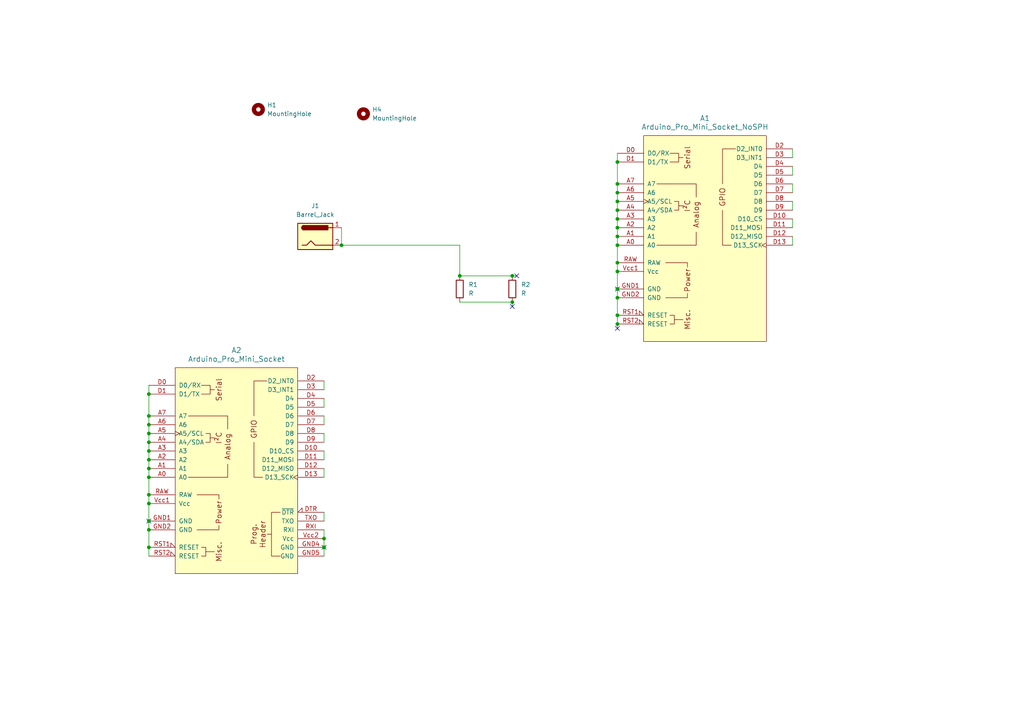
<source format=kicad_sch>
(kicad_sch (version 20250114) (generator "eeschema") (generator_version "9.0")
  (paper "A4")
  (lib_symbols
    (symbol "Connector:Barrel_Jack" (pin_names (offset 1.016))
      (property "Reference" "J" (at 0 5.334 0))
      (property "Value" "Barrel_Jack" (at 0 -5.08 0))
      (symbol "Barrel_Jack_0_1"
        (rectangle (start -5.08 3.81) (end 5.08 -3.81) (stroke (width 0.254)) (fill (type background)))
        (polyline (pts (xy -3.81 -2.54) (xy -2.54 -2.54) (xy -1.27 -1.27) (xy 0 -2.54) (xy 2.54 -2.54) (xy 5.08 -2.54)) (stroke (width 0.254)))
        (arc (start -3.302 1.905) (mid -3.9343 2.54) (end -3.302 3.175) (stroke (width 0.254)))
        (arc (start -3.302 1.905) (mid -3.9343 2.54) (end -3.302 3.175) (stroke (width 0.254)) (fill (type outline)))
        (rectangle (start 3.683 3.175) (end -3.302 1.905) (stroke (width 0.254)) (fill (type outline)))
        (polyline (pts (xy 5.08 2.54) (xy 3.81 2.54)) (stroke (width 0.254)))
      )
      (symbol "Barrel_Jack_1_1"
        (pin passive line (at 7.62 2.54 180) (length 2.54) (name "~") (number "1"))
        (pin passive line (at 7.62 -2.54 180) (length 2.54) (name "~") (number "2"))
      )
    )
    (symbol "Device:R" (pin_numbers (hide yes)) (pin_names (offset 0))
      (property "Reference" "R" (at 2.032 0 90))
      (property "Value" "R" (at 0 0 90))
      (symbol "R_0_1"
        (rectangle (start -1.016 -2.54) (end 1.016 2.54) (stroke (width 0.254)))
      )
      (symbol "R_1_1"
        (pin passive line (at 0 3.81 270) (length 1.27) (name "~") (number "1"))
        (pin passive line (at 0 -3.81 90) (length 1.27) (name "~") (number "2"))
      )
    )
    (symbol "Mechanical:MountingHole" (pin_names (offset 1.016)) (in_bom no)
      (property "Reference" "H" (at 0 5.08 0))
      (property "Value" "MountingHole" (at 0 3.175 0))
      (symbol "MountingHole_0_1"
        (circle (center 0 0) (radius 1.27) (stroke (width 1.27)))
      )
    )
    (symbol "PCM_arduino-library:Arduino_Pro_Mini_Socket" (pin_names (offset 1.016))
      (property "Reference" "A" (at 0 36.83 0))
      (property "Value" "Arduino_Pro_Mini_Socket" (at 0 33.02 0))
      (symbol "Arduino_Pro_Mini_Socket_0_0"
        (rectangle (start -17.78 30.48) (end 17.78 -29.21) (fill (type background)))
        (polyline (pts (xy -11.43 -16.51) (xy -5.08 -16.51) (xy -5.08 -15.24)))
        (polyline (pts (xy -10.16 25.4) (xy -7.62 25.4) (xy -7.62 22.86) (xy -10.16 22.86)))
        (polyline (pts (xy -8.89 11.43) (xy -7.62 11.43) (xy -7.62 8.89) (xy -8.89 8.89)))
        (polyline (pts (xy -7.62 24.13) (xy -6.35 24.13)))
        (polyline (pts (xy -7.62 10.16) (xy -6.35 10.16)))
        (polyline (pts (xy -6.35 -22.86) (xy -8.89 -22.86)))
        (polyline (pts (xy -5.08 -7.62) (xy -5.08 -6.35) (xy -11.43 -6.35)))
        (polyline (pts (xy -2.54 12.7) (xy -2.54 16.51) (xy -13.97 16.51)))
        (polyline (pts (xy -2.54 2.54) (xy -2.54 -1.27) (xy -13.97 -1.27)))
        (polyline (pts (xy 12.7 -11.43) (xy 10.16 -11.43) (xy 10.16 -16.51) (xy 10.16 -17.78) (xy 8.89 -17.78) (xy 10.16 -17.78) (xy 10.16 -24.13) (xy 12.7 -24.13)))
        (text "Serial" (at -5.08 24.13 900) (effects (font (size 1.524 1.524))))
        (text "I²C" (at -5.08 10.16 900) (effects (font (size 1.524 1.524))))
        (text "Power" (at -5.08 -11.43 900) (effects (font (size 1.524 1.524))))
        (text "Misc." (at -5.08 -22.86 900) (effects (font (size 1.524 1.524))))
        (text "Analog" (at -2.54 7.62 900) (effects (font (size 1.524 1.524))))
        (text "Prog." (at 5.08 -17.78 900) (effects (font (size 1.524 1.524))))
        (text "Header" (at 7.62 -17.78 900) (effects (font (size 1.524 1.524))))
      )
      (symbol "Arduino_Pro_Mini_Socket_0_1"
        (polyline (pts (xy -10.16 -24.13) (xy -8.89 -24.13) (xy -8.89 -21.59) (xy -10.16 -21.59)))
        (polyline (pts (xy 7.62 -1.27) (xy 5.08 -1.27) (xy 5.08 8.89)))
        (polyline (pts (xy 8.89 26.67) (xy 5.08 26.67) (xy 5.08 16.51)))
      )
      (symbol "Arduino_Pro_Mini_Socket_1_0"
        (text "GPIO" (at 5.08 12.7 900) (effects (font (size 1.524 1.524))))
      )
      (symbol "Arduino_Pro_Mini_Socket_1_1"
        (pin bidirectional line (at -25.4 25.4 0) (length 7.62) (name "D0/RX") (number "D0"))
        (pin bidirectional line (at -25.4 22.86 0) (length 7.62) (name "D1/TX") (number "D1"))
        (pin input line (at -25.4 16.51 0) (length 7.62) (name "A7") (number "A7"))
        (pin input line (at -25.4 13.97 0) (length 7.62) (name "A6") (number "A6"))
        (pin bidirectional clock (at -25.4 11.43 0) (length 7.62) (name "A5/SCL") (number "A5"))
        (pin bidirectional line (at -25.4 8.89 0) (length 7.62) (name "A4/SDA") (number "A4"))
        (pin bidirectional line (at -25.4 6.35 0) (length 7.62) (name "A3") (number "A3"))
        (pin bidirectional line (at -25.4 3.81 0) (length 7.62) (name "A2") (number "A2"))
        (pin bidirectional line (at -25.4 1.27 0) (length 7.62) (name "A1") (number "A1"))
        (pin bidirectional line (at -25.4 -1.27 0) (length 7.62) (name "A0") (number "A0"))
        (pin power_in line (at -25.4 -6.35 0) (length 7.62) (name "RAW") (number "RAW"))
        (pin power_in line (at -25.4 -8.89 0) (length 7.62) (name "Vcc") (number "Vcc1"))
        (pin power_in line (at -25.4 -13.97 0) (length 7.62) (name "GND") (number "GND1"))
        (pin power_in line (at -25.4 -16.51 0) (length 7.62) (name "GND") (number "GND2"))
        (pin open_collector input_low (at -25.4 -21.59 0) (length 7.62) (name "RESET") (number "RST1"))
        (pin open_collector input_low (at -25.4 -24.13 0) (length 7.62) (name "RESET") (number "RST2"))
        (pin bidirectional line (at 25.4 26.67 180) (length 7.62) (name "D2_INT0") (number "D2"))
        (pin bidirectional line (at 25.4 24.13 180) (length 7.62) (name "D3_INT1") (number "D3"))
        (pin bidirectional line (at 25.4 21.59 180) (length 7.62) (name "D4") (number "D4"))
        (pin bidirectional line (at 25.4 19.05 180) (length 7.62) (name "D5") (number "D5"))
        (pin bidirectional line (at 25.4 16.51 180) (length 7.62) (name "D6") (number "D6"))
        (pin bidirectional line (at 25.4 13.97 180) (length 7.62) (name "D7") (number "D7"))
        (pin bidirectional line (at 25.4 11.43 180) (length 7.62) (name "D8") (number "D8"))
        (pin bidirectional line (at 25.4 8.89 180) (length 7.62) (name "D9") (number "D9"))
        (pin bidirectional line (at 25.4 6.35 180) (length 7.62) (name "D10_CS") (number "D10"))
        (pin bidirectional line (at 25.4 3.81 180) (length 7.62) (name "D11_MOSI") (number "D11"))
        (pin bidirectional line (at 25.4 1.27 180) (length 7.62) (name "D12_MISO") (number "D12"))
        (pin bidirectional clock (at 25.4 -1.27 180) (length 7.62) (name "D13_SCK") (number "D13"))
        (pin input input_low (at 25.4 -11.43 180) (length 7.62) (name "~{DTR}") (number "DTR"))
        (pin output line (at 25.4 -13.97 180) (length 7.62) (name "TXO") (number "TXO"))
        (pin input line (at 25.4 -16.51 180) (length 7.62) (name "RXI") (number "RXI"))
        (pin power_in line (at 25.4 -19.05 180) (length 7.62) (name "Vcc") (number "Vcc2"))
        (pin power_in line (at 25.4 -21.59 180) (length 7.62) (name "GND") (number "GND4"))
        (pin power_in line (at 25.4 -24.13 180) (length 7.62) (name "GND") (number "GND5"))
      )
    )
    (symbol "PCM_arduino-library:Arduino_Pro_Mini_Socket_NoSPH" (pin_names (offset 1.016))
      (property "Reference" "A" (at 0 36.83 0))
      (property "Value" "Arduino_Pro_Mini_Socket_NoSPH" (at 0 33.02 0))
      (symbol "Arduino_Pro_Mini_Socket_NoSPH_0_0"
        (rectangle (start -17.78 30.48) (end 17.78 -29.21) (fill (type background)))
        (polyline (pts (xy -11.43 -16.51) (xy -5.08 -16.51) (xy -5.08 -15.24)))
        (polyline (pts (xy -10.16 25.4) (xy -7.62 25.4) (xy -7.62 22.86) (xy -10.16 22.86)))
        (polyline (pts (xy -8.89 11.43) (xy -7.62 11.43) (xy -7.62 8.89) (xy -8.89 8.89)))
        (polyline (pts (xy -7.62 24.13) (xy -6.35 24.13)))
        (polyline (pts (xy -7.62 10.16) (xy -6.35 10.16)))
        (polyline (pts (xy -6.35 -22.86) (xy -8.89 -22.86)))
        (polyline (pts (xy -5.08 -7.62) (xy -5.08 -6.35) (xy -11.43 -6.35)))
        (polyline (pts (xy -2.54 12.7) (xy -2.54 16.51) (xy -13.97 16.51)))
        (polyline (pts (xy -2.54 2.54) (xy -2.54 -1.27) (xy -13.97 -1.27)))
        (text "Serial" (at -5.08 24.13 900) (effects (font (size 1.524 1.524))))
        (text "I²C" (at -5.08 10.16 900) (effects (font (size 1.524 1.524))))
        (text "Power" (at -5.08 -11.43 900) (effects (font (size 1.524 1.524))))
        (text "Misc." (at -5.08 -22.86 900) (effects (font (size 1.524 1.524))))
        (text "Analog" (at -2.54 7.62 900) (effects (font (size 1.524 1.524))))
      )
      (symbol "Arduino_Pro_Mini_Socket_NoSPH_0_1"
        (polyline (pts (xy -10.16 -24.13) (xy -8.89 -24.13) (xy -8.89 -21.59) (xy -10.16 -21.59)))
        (polyline (pts (xy 7.62 -1.27) (xy 5.08 -1.27) (xy 5.08 8.89)))
        (polyline (pts (xy 8.89 26.67) (xy 5.08 26.67) (xy 5.08 16.51)))
      )
      (symbol "Arduino_Pro_Mini_Socket_NoSPH_1_0"
        (text "GPIO" (at 5.08 12.7 900) (effects (font (size 1.524 1.524))))
      )
      (symbol "Arduino_Pro_Mini_Socket_NoSPH_1_1"
        (pin bidirectional line (at -25.4 25.4 0) (length 7.62) (name "D0/RX") (number "D0"))
        (pin bidirectional line (at -25.4 22.86 0) (length 7.62) (name "D1/TX") (number "D1"))
        (pin input line (at -25.4 16.51 0) (length 7.62) (name "A7") (number "A7"))
        (pin input line (at -25.4 13.97 0) (length 7.62) (name "A6") (number "A6"))
        (pin bidirectional clock (at -25.4 11.43 0) (length 7.62) (name "A5/SCL") (number "A5"))
        (pin bidirectional line (at -25.4 8.89 0) (length 7.62) (name "A4/SDA") (number "A4"))
        (pin bidirectional line (at -25.4 6.35 0) (length 7.62) (name "A3") (number "A3"))
        (pin bidirectional line (at -25.4 3.81 0) (length 7.62) (name "A2") (number "A2"))
        (pin bidirectional line (at -25.4 1.27 0) (length 7.62) (name "A1") (number "A1"))
        (pin bidirectional line (at -25.4 -1.27 0) (length 7.62) (name "A0") (number "A0"))
        (pin power_in line (at -25.4 -6.35 0) (length 7.62) (name "RAW") (number "RAW"))
        (pin power_in line (at -25.4 -8.89 0) (length 7.62) (name "Vcc") (number "Vcc1"))
        (pin power_in line (at -25.4 -13.97 0) (length 7.62) (name "GND") (number "GND1"))
        (pin power_in line (at -25.4 -16.51 0) (length 7.62) (name "GND") (number "GND2"))
        (pin open_collector input_low (at -25.4 -21.59 0) (length 7.62) (name "RESET") (number "RST1"))
        (pin open_collector input_low (at -25.4 -24.13 0) (length 7.62) (name "RESET") (number "RST2"))
        (pin bidirectional line (at 25.4 26.67 180) (length 7.62) (name "D2_INT0") (number "D2"))
        (pin bidirectional line (at 25.4 24.13 180) (length 7.62) (name "D3_INT1") (number "D3"))
        (pin bidirectional line (at 25.4 21.59 180) (length 7.62) (name "D4") (number "D4"))
        (pin bidirectional line (at 25.4 19.05 180) (length 7.62) (name "D5") (number "D5"))
        (pin bidirectional line (at 25.4 16.51 180) (length 7.62) (name "D6") (number "D6"))
        (pin bidirectional line (at 25.4 13.97 180) (length 7.62) (name "D7") (number "D7"))
        (pin bidirectional line (at 25.4 11.43 180) (length 7.62) (name "D8") (number "D8"))
        (pin bidirectional line (at 25.4 8.89 180) (length 7.62) (name "D9") (number "D9"))
        (pin bidirectional line (at 25.4 6.35 180) (length 7.62) (name "D10_CS") (number "D10"))
        (pin bidirectional line (at 25.4 3.81 180) (length 7.62) (name "D11_MOSI") (number "D11"))
        (pin bidirectional line (at 25.4 1.27 180) (length 7.62) (name "D12_MISO") (number "D12"))
        (pin bidirectional clock (at 25.4 -1.27 180) (length 7.62) (name "D13_SCK") (number "D13"))
      )
    )
  )
  (junction (at 43.18 158.75))
  (junction (at 43.18 123.19))
  (junction (at 43.18 120.65))
  (junction (at 43.18 143.51))
  (junction (at 179.07 66.04))
  (junction (at 43.18 135.89))
  (junction (at 133.35 80.01))
  (junction (at 93.98 156.21))
  (junction (at 43.18 138.43))
  (junction (at 179.07 46.99))
  (junction (at 43.18 146.05))
  (junction (at 43.18 130.81))
  (junction (at 179.07 76.2))
  (junction (at 179.07 53.34))
  (junction (at 43.18 125.73))
  (junction (at 99.06 71.12))
  (junction (at 43.18 151.13))
  (junction (at 179.07 60.96))
  (junction (at 148.59 87.63))
  (junction (at 179.07 83.82))
  (junction (at 179.07 86.36))
  (junction (at 179.07 78.74))
  (junction (at 43.18 128.27))
  (junction (at 43.18 133.35))
  (junction (at 179.07 58.42))
  (junction (at 179.07 68.58))
  (junction (at 179.07 55.88))
  (junction (at 93.98 158.75))
  (junction (at 43.18 153.67))
  (junction (at 148.59 80.01))
  (junction (at 179.07 71.12))
  (junction (at 43.18 114.3))
  (junction (at 179.07 63.5))
  (junction (at 179.07 93.98))
  (junction (at 179.07 91.44))
  (no_connect (at 93.98 158.75))
  (no_connect (at 149.86 80.01))
  (no_connect (at 179.07 83.82))
  (no_connect (at 148.59 88.9))
  (no_connect (at 43.18 151.13))
  (no_connect (at 179.07 95.25))
  (wire (pts (xy 93.98 148.59) (xy 93.98 151.13)))
  (wire (pts (xy 179.07 86.36) (xy 179.07 91.44)))
  (wire (pts (xy 43.18 130.81) (xy 43.18 133.35)))
  (wire (pts (xy 179.07 83.82) (xy 179.07 86.36)))
  (wire (pts (xy 93.98 156.21) (xy 93.98 158.75)))
  (wire (pts (xy 93.98 125.73) (xy 93.98 128.27)))
  (wire (pts (xy 229.87 68.58) (xy 229.87 71.12)))
  (wire (pts (xy 179.07 71.12) (xy 179.07 76.2)))
  (wire (pts (xy 43.18 151.13) (xy 43.18 153.67)))
  (wire (pts (xy 93.98 158.75) (xy 93.98 161.29)))
  (wire (pts (xy 179.07 66.04) (xy 179.07 68.58)))
  (wire (pts (xy 93.98 153.67) (xy 93.98 156.21)))
  (wire (pts (xy 43.18 146.05) (xy 43.18 151.13)))
  (wire (pts (xy 179.07 58.42) (xy 179.07 60.96)))
  (wire (pts (xy 179.07 93.98) (xy 179.07 95.25)))
  (wire (pts (xy 43.18 153.67) (xy 43.18 158.75)))
  (wire (pts (xy 179.07 63.5) (xy 179.07 66.04)))
  (wire (pts (xy 229.87 53.34) (xy 229.87 55.88)))
  (wire (pts (xy 229.87 43.18) (xy 229.87 45.72)))
  (wire (pts (xy 93.98 110.49) (xy 93.98 113.03)))
  (wire (pts (xy 43.18 114.3) (xy 43.18 120.65)))
  (wire (pts (xy 93.98 130.81) (xy 93.98 133.35)))
  (wire (pts (xy 179.07 46.99) (xy 179.07 53.34)))
  (wire (pts (xy 93.98 115.57) (xy 93.98 118.11)))
  (wire (pts (xy 43.18 135.89) (xy 43.18 138.43)))
  (wire (pts (xy 179.07 44.45) (xy 179.07 46.99)))
  (wire (pts (xy 43.18 138.43) (xy 43.18 143.51)))
  (wire (pts (xy 179.07 60.96) (xy 179.07 63.5)))
  (wire (pts (xy 179.07 68.58) (xy 179.07 71.12)))
  (wire (pts (xy 43.18 158.75) (xy 43.18 161.29)))
  (wire (pts (xy 43.18 128.27) (xy 43.18 130.81)))
  (wire (pts (xy 43.18 143.51) (xy 43.18 146.05)))
  (wire (pts (xy 179.07 78.74) (xy 179.07 83.82)))
  (wire (pts (xy 148.59 80.01) (xy 149.86 80.01)))
  (wire (pts (xy 229.87 63.5) (xy 229.87 66.04)))
  (wire (pts (xy 99.06 66.04) (xy 99.06 71.12)))
  (wire (pts (xy 43.18 123.19) (xy 43.18 125.73)))
  (wire (pts (xy 229.87 58.42) (xy 229.87 60.96)))
  (wire (pts (xy 133.35 80.01) (xy 148.59 80.01)))
  (wire (pts (xy 43.18 125.73) (xy 43.18 128.27)))
  (wire (pts (xy 179.07 76.2) (xy 179.07 78.74)))
  (wire (pts (xy 43.18 133.35) (xy 43.18 135.89)))
  (wire (pts (xy 133.35 71.12) (xy 133.35 80.01)))
  (wire (pts (xy 179.07 55.88) (xy 179.07 58.42)))
  (wire (pts (xy 93.98 120.65) (xy 93.98 123.19)))
  (wire (pts (xy 179.07 91.44) (xy 179.07 93.98)))
  (wire (pts (xy 43.18 111.76) (xy 43.18 114.3)))
  (wire (pts (xy 43.18 120.65) (xy 43.18 123.19)))
  (wire (pts (xy 229.87 48.26) (xy 229.87 50.8)))
  (wire (pts (xy 148.59 87.63) (xy 148.59 88.9)))
  (wire (pts (xy 99.06 71.12) (xy 133.35 71.12)))
  (wire (pts (xy 93.98 135.89) (xy 93.98 138.43)))
  (wire (pts (xy 179.07 53.34) (xy 179.07 55.88)))
  (wire (pts (xy 133.35 87.63) (xy 148.59 87.63)))
  (symbol (lib_id "PCM_arduino-library:Arduino_Pro_Mini_Socket_NoSPH") (at 204.47 69.85 0) (unit 1)
    (property "Reference" "A1" (at 204.47 34.29 0) (effects (font (size 1.524 1.524))))
    (property "Value" "Arduino_Pro_Mini_Socket_NoSPH" (at 204.47 36.83 0) (effects (font (size 1.524 1.524))))
    (property "Footprint" "PCM_arduino-library:Arduino_Pro_Mini_Socket_NoSPH" (effects (hide yes)))
    (property "Datasheet" "https://docs.arduino.cc/retired/boards/arduino-pro-mini" (effects (hide yes)))
    (property "Description" "Socket for Arduino Pro Mini (without Programming Header Pins)" (effects (hide yes)))
  )
  (symbol (lib_id "Mechanical:MountingHole") (at 74.93 31.75 0) (unit 1) (in_bom no)
    (property "Reference" "H1" (at 77.47 30.4799 0) (effects (justify left)))
    (property "Value" "MountingHole" (at 77.47 33.0199 0) (effects (justify left)))
    (property "Description" "Mounting Hole without connection" (effects (hide yes)))
  )
  (symbol (lib_id "Device:R") (at 148.59 83.82 0) (unit 1)
    (property "Reference" "R2" (at 151.13 82.5499 0) (effects (justify left)))
    (property "Value" "R" (at 151.13 85.0899 0) (effects (justify left)))
    (property "Description" "Resistor" (effects (hide yes)))
  )
  (symbol (lib_id "Mechanical:MountingHole") (at 105.41 33.02 0) (unit 1) (in_bom no)
    (property "Reference" "H4" (at 107.95 31.7499 0) (effects (justify left)))
    (property "Value" "MountingHole" (at 107.95 34.2899 0) (effects (justify left)))
    (property "Description" "Mounting Hole without connection" (effects (hide yes)))
  )
  (symbol (lib_id "PCM_arduino-library:Arduino_Pro_Mini_Socket") (at 68.58 137.16 0) (unit 1)
    (property "Reference" "A2" (at 68.58 101.6 0) (effects (font (size 1.524 1.524))))
    (property "Value" "Arduino_Pro_Mini_Socket" (at 68.58 104.14 0) (effects (font (size 1.524 1.524))))
    (property "Footprint" "PCM_arduino-library:Arduino_Pro_Mini_Socket" (effects (hide yes)))
    (property "Datasheet" "https://docs.arduino.cc/retired/boards/arduino-pro-mini" (effects (hide yes)))
    (property "Description" "Socket for Arduino Pro Mini" (effects (hide yes)))
  )
  (symbol (lib_id "Connector:Barrel_Jack") (at 91.44 68.58 0) (unit 1)
    (property "Reference" "J1" (at 91.44 59.69 0))
    (property "Value" "Barrel_Jack" (at 91.44 62.23 0))
    (property "Description" "DC Barrel Jack" (effects (hide yes)))
  )
  (symbol (lib_id "Device:R") (at 133.35 83.82 0) (unit 1)
    (property "Reference" "R1" (at 135.89 82.5499 0) (effects (justify left)))
    (property "Value" "R" (at 135.89 85.0899 0) (effects (justify left)))
    (property "Description" "Resistor" (effects (hide yes)))
  )
)
</source>
